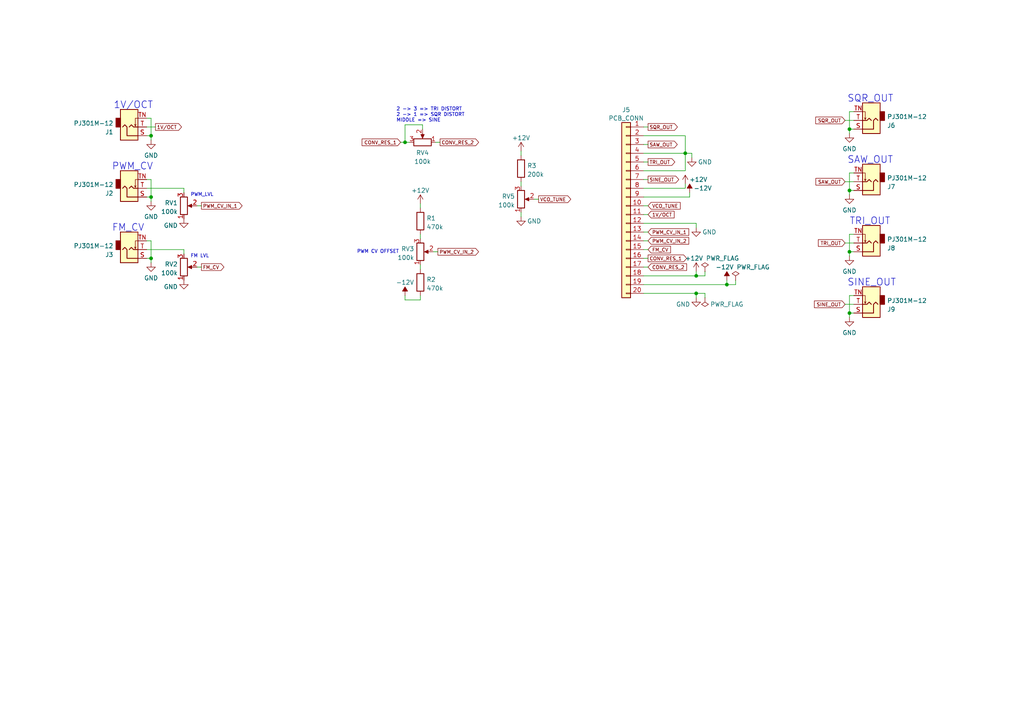
<source format=kicad_sch>
(kicad_sch (version 20211123) (generator eeschema)
  (paper "A4")
  (title_block (title "RW_EM_VCO_B_FRONT_PCB") (date "2022-11-09") (rev "2022-11-09") (comment 1 "Licensed under CERN-OHL-S v2+") (comment 2 "https://github.com/sunfl0w/RW_EM"))
  (lib_symbols
    (symbol "Connector_Generic:Conn_01x20" (pin_names (offset 1.016) hide)
      (property "Reference" "J" (at 0 25.4 0))
      (property "Value" "Conn_01x20" (at 0 -27.94 0))
      (symbol "Conn_01x20_1_1"
        (rectangle (start -1.27 -25.273) (end 0 -25.527) (stroke (width 0.1524)))
        (rectangle (start -1.27 -22.733) (end 0 -22.987) (stroke (width 0.1524)))
        (rectangle (start -1.27 -20.193) (end 0 -20.447) (stroke (width 0.1524)))
        (rectangle (start -1.27 -17.653) (end 0 -17.907) (stroke (width 0.1524)))
        (rectangle (start -1.27 -15.113) (end 0 -15.367) (stroke (width 0.1524)))
        (rectangle (start -1.27 -12.573) (end 0 -12.827) (stroke (width 0.1524)))
        (rectangle (start -1.27 -10.033) (end 0 -10.287) (stroke (width 0.1524)))
        (rectangle (start -1.27 -7.493) (end 0 -7.747) (stroke (width 0.1524)))
        (rectangle (start -1.27 -4.953) (end 0 -5.207) (stroke (width 0.1524)))
        (rectangle (start -1.27 -2.413) (end 0 -2.667) (stroke (width 0.1524)))
        (rectangle (start -1.27 0.127) (end 0 -0.127) (stroke (width 0.1524)))
        (rectangle (start -1.27 2.667) (end 0 2.413) (stroke (width 0.1524)))
        (rectangle (start -1.27 5.207) (end 0 4.953) (stroke (width 0.1524)))
        (rectangle (start -1.27 7.747) (end 0 7.493) (stroke (width 0.1524)))
        (rectangle (start -1.27 10.287) (end 0 10.033) (stroke (width 0.1524)))
        (rectangle (start -1.27 12.827) (end 0 12.573) (stroke (width 0.1524)))
        (rectangle (start -1.27 15.367) (end 0 15.113) (stroke (width 0.1524)))
        (rectangle (start -1.27 17.907) (end 0 17.653) (stroke (width 0.1524)))
        (rectangle (start -1.27 20.447) (end 0 20.193) (stroke (width 0.1524)))
        (rectangle (start -1.27 22.987) (end 0 22.733) (stroke (width 0.1524)))
        (rectangle (start -1.27 24.13) (end 1.27 -26.67) (stroke (width 0.254)) (fill (type background)))
        (pin passive line (at -5.08 22.86 0) (length 3.81) (name "Pin_1") (number "1"))
        (pin passive line (at -5.08 0 0) (length 3.81) (name "Pin_10") (number "10"))
        (pin passive line (at -5.08 -2.54 0) (length 3.81) (name "Pin_11") (number "11"))
        (pin passive line (at -5.08 -5.08 0) (length 3.81) (name "Pin_12") (number "12"))
        (pin passive line (at -5.08 -7.62 0) (length 3.81) (name "Pin_13") (number "13"))
        (pin passive line (at -5.08 -10.16 0) (length 3.81) (name "Pin_14") (number "14"))
        (pin passive line (at -5.08 -12.7 0) (length 3.81) (name "Pin_15") (number "15"))
        (pin passive line (at -5.08 -15.24 0) (length 3.81) (name "Pin_16") (number "16"))
        (pin passive line (at -5.08 -17.78 0) (length 3.81) (name "Pin_17") (number "17"))
        (pin passive line (at -5.08 -20.32 0) (length 3.81) (name "Pin_18") (number "18"))
        (pin passive line (at -5.08 -22.86 0) (length 3.81) (name "Pin_19") (number "19"))
        (pin passive line (at -5.08 20.32 0) (length 3.81) (name "Pin_2") (number "2"))
        (pin passive line (at -5.08 -25.4 0) (length 3.81) (name "Pin_20") (number "20"))
        (pin passive line (at -5.08 17.78 0) (length 3.81) (name "Pin_3") (number "3"))
        (pin passive line (at -5.08 15.24 0) (length 3.81) (name "Pin_4") (number "4"))
        (pin passive line (at -5.08 12.7 0) (length 3.81) (name "Pin_5") (number "5"))
        (pin passive line (at -5.08 10.16 0) (length 3.81) (name "Pin_6") (number "6"))
        (pin passive line (at -5.08 7.62 0) (length 3.81) (name "Pin_7") (number "7"))
        (pin passive line (at -5.08 5.08 0) (length 3.81) (name "Pin_8") (number "8"))
        (pin passive line (at -5.08 2.54 0) (length 3.81) (name "Pin_9") (number "9"))
      )
    )
    (symbol "Device:R" (pin_numbers hide) (pin_names (offset 0))
      (property "Reference" "R" (at 2.032 0 90))
      (property "Value" "R" (at 0 0 90))
      (symbol "R_0_1"
        (rectangle (start -1.016 -2.54) (end 1.016 2.54) (stroke (width 0.254)))
      )
      (symbol "R_1_1"
        (pin passive line (at 0 3.81 270) (length 1.27) (name "~") (number "1"))
        (pin passive line (at 0 -3.81 90) (length 1.27) (name "~") (number "2"))
      )
    )
    (symbol "Device:R_Potentiometer" (pin_names (offset 1.016) hide)
      (property "Reference" "RV" (at -4.445 0 90))
      (property "Value" "R_Potentiometer" (at -2.54 0 90))
      (symbol "R_Potentiometer_0_1"
        (polyline (pts (xy 2.54 0) (xy 1.524 0)))
        (polyline (pts (xy 1.143 0) (xy 2.286 0.508) (xy 2.286 -0.508) (xy 1.143 0)) (fill (type outline)))
        (rectangle (start 1.016 2.54) (end -1.016 -2.54) (stroke (width 0.254)))
      )
      (symbol "R_Potentiometer_1_1"
        (pin passive line (at 0 3.81 270) (length 1.27) (name "1") (number "1"))
        (pin passive line (at 3.81 0 180) (length 1.27) (name "2") (number "2"))
        (pin passive line (at 0 -3.81 90) (length 1.27) (name "3") (number "3"))
      )
    )
    (symbol "RW_EurorackModular:PJ301M-12"
      (property "Reference" "J" (at 0 8.89 0))
      (property "Value" "PJ301M-12" (at 0 6.35 0))
      (symbol "PJ301M-12_0_1"
        (rectangle (start -2.54 0) (end -3.81 -2.54) (stroke (width 0.254)) (fill (type outline)))
        (polyline (pts (xy 1.778 -0.254) (xy 2.032 -0.762)))
        (polyline (pts (xy 0 0) (xy 0.635 -0.635) (xy 1.27 0) (xy 2.54 0)) (stroke (width 0.254)))
        (polyline (pts (xy 2.54 -2.54) (xy 1.778 -2.54) (xy 1.778 -0.254) (xy 1.524 -0.762)))
        (polyline (pts (xy 2.54 2.54) (xy -0.635 2.54) (xy -0.635 0) (xy -1.27 -0.635) (xy -1.905 0)) (stroke (width 0.254)))
        (rectangle (start 2.54 3.81) (end -2.54 -5.08) (stroke (width 0.254)) (fill (type background)))
      )
      (symbol "PJ301M-12_1_1"
        (pin passive line (at 5.08 2.54 180) (length 2.54) (name "~") (number "S"))
        (pin passive line (at 5.08 0 180) (length 2.54) (name "~") (number "T"))
        (pin passive line (at 5.08 -2.54 180) (length 2.54) (name "~") (number "TN"))
      )
    )
    (symbol "power:+12V" (power) (pin_names (offset 0))
      (property "Value" "+12V" (at 0 3.556 0))
      (symbol "+12V_0_1"
        (polyline (pts (xy -0.762 1.27) (xy 0 2.54)))
        (polyline (pts (xy 0 0) (xy 0 2.54)))
        (polyline (pts (xy 0 2.54) (xy 0.762 1.27)))
      )
      (symbol "+12V_1_1"
        (pin power_in line (at 0 0 90) (length 0) hide (name "+12V") (number "1"))
      )
    )
    (symbol "power:-12V" (power) (pin_names (offset 0))
      (property "Value" "-12V" (at 0 3.81 0))
      (symbol "-12V_0_0"
        (pin power_in line (at 0 0 90) (length 0) hide (name "-12V") (number "1"))
      )
      (symbol "-12V_0_1"
        (polyline (pts (xy 0 0) (xy 0 1.27) (xy 0.762 1.27) (xy 0 2.54) (xy -0.762 1.27) (xy 0 1.27)) (fill (type outline)))
      )
    )
    (symbol "power:GND" (power) (pin_names (offset 0))
      (property "Value" "GND" (at 0 -3.81 0))
      (symbol "GND_0_1"
        (polyline (pts (xy 0 0) (xy 0 -1.27) (xy 1.27 -1.27) (xy 0 -2.54) (xy -1.27 -1.27) (xy 0 -1.27)))
      )
      (symbol "GND_1_1"
        (pin power_in line (at 0 0 270) (length 0) hide (name "GND") (number "1"))
      )
    )
    (symbol "power:PWR_FLAG" (power) (pin_numbers hide) (pin_names (offset 0) hide)
      (property "Value" "PWR_FLAG" (at 0 3.81 0))
      (symbol "PWR_FLAG_0_0"
        (pin power_out line (at 0 0 90) (length 0) (name "pwr") (number "1"))
      )
      (symbol "PWR_FLAG_0_1"
        (polyline (pts (xy 0 0) (xy 0 1.27) (xy -1.016 1.905) (xy 0 2.54) (xy 1.016 1.905) (xy 0 1.27)))
      )
    )
  )
  (junction (at 43.815 74.93))
  (junction (at 246.38 37.465))
  (junction (at 210.82 82.55))
  (junction (at 246.38 55.245))
  (junction (at 201.93 85.09))
  (junction (at 246.38 73.025))
  (junction (at 198.755 44.45))
  (junction (at 201.93 80.01))
  (junction (at 43.815 39.37))
  (junction (at 117.475 41.275))
  (junction (at 246.38 90.805))
  (junction (at 43.815 57.15))
  (wire (pts (xy 186.69 39.37) (xy 198.755 39.37)))
  (wire (pts (xy 213.36 81.28) (xy 213.36 82.55)))
  (wire (pts (xy 187.96 46.99) (xy 186.69 46.99)))
  (wire (pts (xy 200.025 57.15) (xy 200.025 55.88)))
  (wire (pts (xy 247.65 88.265) (xy 245.11 88.265)))
  (wire (pts (xy 127 73.025) (xy 125.73 73.025)))
  (wire (pts (xy 122.555 36.195) (xy 117.475 36.195)))
  (wire (pts (xy 186.69 49.53) (xy 198.755 49.53)))
  (wire (pts (xy 42.545 54.61) (xy 53.34 54.61)))
  (wire (pts (xy 43.815 39.37) (xy 43.815 40.64)))
  (wire (pts (xy 246.38 55.245) (xy 246.38 56.515)))
  (wire (pts (xy 151.13 43.815) (xy 151.13 45.085)))
  (wire (pts (xy 151.13 52.705) (xy 151.13 53.975)))
  (wire (pts (xy 187.96 72.39) (xy 186.69 72.39)))
  (wire (pts (xy 117.475 86.995) (xy 121.92 86.995)))
  (wire (pts (xy 247.65 32.385) (xy 246.38 32.385)))
  (wire (pts (xy 122.555 37.465) (xy 122.555 36.195)))
  (wire (pts (xy 198.755 44.45) (xy 198.755 49.53)))
  (wire (pts (xy 247.65 34.925) (xy 245.11 34.925)))
  (wire (pts (xy 246.38 73.025) (xy 246.38 74.295)))
  (wire (pts (xy 246.38 90.805) (xy 246.38 92.075)))
  (wire (pts (xy 121.92 86.995) (xy 121.92 85.725)))
  (wire (pts (xy 42.545 36.83) (xy 45.085 36.83)))
  (wire (pts (xy 42.545 52.07) (xy 43.815 52.07)))
  (wire (pts (xy 187.96 67.31) (xy 186.69 67.31)))
  (wire (pts (xy 204.47 86.36) (xy 204.47 85.09)))
  (wire (pts (xy 43.815 74.93) (xy 42.545 74.93)))
  (wire (pts (xy 186.69 44.45) (xy 198.755 44.45)))
  (wire (pts (xy 247.65 67.945) (xy 246.38 67.945)))
  (wire (pts (xy 53.34 72.39) (xy 53.34 73.66)))
  (wire (pts (xy 247.65 70.485) (xy 245.11 70.485)))
  (wire (pts (xy 121.92 78.105) (xy 121.92 76.835)))
  (wire (pts (xy 198.755 53.34) (xy 198.755 54.61)))
  (wire (pts (xy 246.38 37.465) (xy 247.65 37.465)))
  (wire (pts (xy 201.93 85.09) (xy 204.47 85.09)))
  (wire (pts (xy 43.815 34.29) (xy 43.815 39.37)))
  (wire (pts (xy 42.545 72.39) (xy 53.34 72.39)))
  (wire (pts (xy 58.42 77.47) (xy 57.15 77.47)))
  (wire (pts (xy 187.96 36.83) (xy 186.69 36.83)))
  (wire (pts (xy 201.93 64.77) (xy 201.93 66.04)))
  (wire (pts (xy 247.65 50.165) (xy 246.38 50.165)))
  (wire (pts (xy 116.205 41.275) (xy 117.475 41.275)))
  (wire (pts (xy 58.42 59.69) (xy 57.15 59.69)))
  (wire (pts (xy 187.96 77.47) (xy 186.69 77.47)))
  (wire (pts (xy 43.815 52.07) (xy 43.815 57.15)))
  (wire (pts (xy 200.66 45.72) (xy 200.66 44.45)))
  (wire (pts (xy 213.36 82.55) (xy 210.82 82.55)))
  (wire (pts (xy 43.815 57.15) (xy 43.815 58.42)))
  (wire (pts (xy 246.38 85.725) (xy 246.38 90.805)))
  (wire (pts (xy 201.93 85.09) (xy 186.69 85.09)))
  (wire (pts (xy 187.96 59.69) (xy 186.69 59.69)))
  (wire (pts (xy 246.38 73.025) (xy 247.65 73.025)))
  (wire (pts (xy 117.475 85.725) (xy 117.475 86.995)))
  (wire (pts (xy 121.92 59.055) (xy 121.92 60.325)))
  (wire (pts (xy 204.47 78.74) (xy 204.47 80.01)))
  (wire (pts (xy 246.38 50.165) (xy 246.38 55.245)))
  (wire (pts (xy 117.475 36.195) (xy 117.475 41.275)))
  (wire (pts (xy 204.47 80.01) (xy 201.93 80.01)))
  (wire (pts (xy 186.69 57.15) (xy 200.025 57.15)))
  (wire (pts (xy 246.38 67.945) (xy 246.38 73.025)))
  (wire (pts (xy 200.66 44.45) (xy 198.755 44.45)))
  (wire (pts (xy 210.82 82.55) (xy 210.82 81.28)))
  (wire (pts (xy 198.755 54.61) (xy 186.69 54.61)))
  (wire (pts (xy 43.815 57.15) (xy 42.545 57.15)))
  (wire (pts (xy 246.38 32.385) (xy 246.38 37.465)))
  (wire (pts (xy 246.38 37.465) (xy 246.38 38.735)))
  (wire (pts (xy 201.93 85.09) (xy 201.93 86.36)))
  (wire (pts (xy 53.34 54.61) (xy 53.34 55.88)))
  (wire (pts (xy 43.815 74.93) (xy 43.815 76.2)))
  (wire (pts (xy 187.96 74.93) (xy 186.69 74.93)))
  (wire (pts (xy 247.65 52.705) (xy 245.11 52.705)))
  (wire (pts (xy 43.815 69.85) (xy 43.815 74.93)))
  (wire (pts (xy 246.38 90.805) (xy 247.65 90.805)))
  (wire (pts (xy 121.92 67.945) (xy 121.92 69.215)))
  (wire (pts (xy 187.96 69.85) (xy 186.69 69.85)))
  (wire (pts (xy 117.475 41.275) (xy 118.745 41.275)))
  (wire (pts (xy 187.96 52.07) (xy 186.69 52.07)))
  (wire (pts (xy 187.96 62.23) (xy 186.69 62.23)))
  (wire (pts (xy 247.65 85.725) (xy 246.38 85.725)))
  (wire (pts (xy 186.69 82.55) (xy 210.82 82.55)))
  (wire (pts (xy 42.545 34.29) (xy 43.815 34.29)))
  (wire (pts (xy 42.545 69.85) (xy 43.815 69.85)))
  (wire (pts (xy 151.13 62.865) (xy 151.13 61.595)))
  (wire (pts (xy 156.21 57.785) (xy 154.94 57.785)))
  (wire (pts (xy 201.93 78.74) (xy 201.93 80.01)))
  (wire (pts (xy 201.93 64.77) (xy 186.69 64.77)))
  (wire (pts (xy 187.96 41.91) (xy 186.69 41.91)))
  (wire (pts (xy 198.755 39.37) (xy 198.755 44.45)))
  (wire (pts (xy 127.635 41.275) (xy 126.365 41.275)))
  (wire (pts (xy 246.38 55.245) (xy 247.65 55.245)))
  (wire (pts (xy 201.93 80.01) (xy 186.69 80.01)))
  (wire (pts (xy 43.815 39.37) (xy 42.545 39.37)))
  (text "PWM CV OFFSET" (at 103.505 73.66 0) (effects (font (size 1 1)) (justify left bottom)))
  (text "SQR_OUT" (at 245.745 29.845 0) (effects (font (size 2 2)) (justify left bottom)))
  (text "1V/OCT" (at 44.45 31.75 180) (effects (font (size 2 2)) (justify right bottom)))
  (text "SAW_OUT" (at 245.745 47.625 0) (effects (font (size 2 2)) (justify left bottom)))
  (text "PWM_LVL" (at 55.245 57.15 0) (effects (font (size 1 1)) (justify left bottom)))
  (text "2 -> 3 => TRI DISTORT\n2 -> 1 => SQR DISTORT\nMIDDLE => SINE" (at 114.935 35.56 0) (effects (font (size 1 1)) (justify left bottom)))
  (text "PWM_CV" (at 44.45 49.53 180) (effects (font (size 2 2)) (justify right bottom)))
  (text "FM LVL" (at 55.245 74.93 0) (effects (font (size 1 1)) (justify left bottom)))
  (text "TRI_OUT" (at 246.38 65.405 0) (effects (font (size 2 2)) (justify left bottom)))
  (text "FM_CV" (at 41.91 67.31 180) (effects (font (size 2 2)) (justify right bottom)))
  (text "SINE_OUT" (at 245.745 83.185 0) (effects (font (size 2 2)) (justify left bottom)))
  (global_label "TRI_OUT" (shape input) (at 245.11 70.485 180) (effects (font (size 1 1))) (property "Intersheet References" "${INTERSHEET_REFS}" (effects hide)))
  (global_label "FM_CV" (shape input) (at 187.96 72.39 0) (effects (font (size 1 1))) (property "Intersheet References" "${INTERSHEET_REFS}" (effects hide)))
  (global_label "CONV_RES_2" (shape input) (at 187.96 77.47 0) (effects (font (size 1 1))) (property "Intersheet References" "${INTERSHEET_REFS}" (effects hide)))
  (global_label "VCO_TUNE" (shape output) (at 156.21 57.785 0) (effects (font (size 1 1))) (property "Intersheet References" "${INTERSHEET_REFS}" (effects hide)))
  (global_label "CONV_RES_1" (shape output) (at 187.96 74.93 0) (effects (font (size 1 1))) (property "Intersheet References" "${INTERSHEET_REFS}" (effects hide)))
  (global_label "1V{slash}OCT" (shape input) (at 187.96 62.23 0) (effects (font (size 1 1))) (property "Intersheet References" "${INTERSHEET_REFS}" (effects hide)))
  (global_label "SINE_OUT" (shape input) (at 245.11 88.265 180) (effects (font (size 1 1))) (property "Intersheet References" "${INTERSHEET_REFS}" (effects hide)))
  (global_label "TRI_OUT" (shape output) (at 187.96 46.99 0) (effects (font (size 1 1))) (property "Intersheet References" "${INTERSHEET_REFS}" (effects hide)))
  (global_label "PWM_CV_IN_1" (shape output) (at 58.42 59.69 0) (effects (font (size 1 1))) (property "Intersheet References" "${INTERSHEET_REFS}" (effects hide)))
  (global_label "1V{slash}OCT" (shape output) (at 45.085 36.83 0) (effects (font (size 1 1))) (property "Intersheet References" "${INTERSHEET_REFS}" (effects hide)))
  (global_label "SQR_OUT" (shape output) (at 187.96 36.83 0) (effects (font (size 1 1))) (property "Intersheet References" "${INTERSHEET_REFS}" (effects hide)))
  (global_label "PWM_CV_IN_2" (shape input) (at 187.96 69.85 0) (effects (font (size 1 1))) (property "Intersheet References" "${INTERSHEET_REFS}" (effects hide)))
  (global_label "CONV_RES_2" (shape output) (at 127.635 41.275 0) (effects (font (size 1 1))) (property "Intersheet References" "${INTERSHEET_REFS}" (effects hide)))
  (global_label "CONV_RES_1" (shape input) (at 116.205 41.275 180) (effects (font (size 1 1))) (property "Intersheet References" "${INTERSHEET_REFS}" (effects hide)))
  (global_label "VCO_TUNE" (shape input) (at 187.96 59.69 0) (effects (font (size 1 1))) (property "Intersheet References" "${INTERSHEET_REFS}" (effects hide)))
  (global_label "FM_CV" (shape output) (at 58.42 77.47 0) (effects (font (size 1 1))) (property "Intersheet References" "${INTERSHEET_REFS}" (effects hide)))
  (global_label "SAW_OUT" (shape input) (at 245.11 52.705 180) (effects (font (size 1 1))) (property "Intersheet References" "${INTERSHEET_REFS}" (effects hide)))
  (global_label "PWM_CV_IN_2" (shape output) (at 127 73.025 0) (effects (font (size 1 1))) (property "Intersheet References" "${INTERSHEET_REFS}" (effects hide)))
  (global_label "SAW_OUT" (shape output) (at 187.96 41.91 0) (effects (font (size 1 1))) (property "Intersheet References" "${INTERSHEET_REFS}" (effects hide)))
  (global_label "PWM_CV_IN_1" (shape input) (at 187.96 67.31 0) (effects (font (size 1 1))) (property "Intersheet References" "${INTERSHEET_REFS}" (effects hide)))
  (global_label "SINE_OUT" (shape output) (at 187.96 52.07 0) (effects (font (size 1 1))) (property "Intersheet References" "${INTERSHEET_REFS}" (effects hide)))
  (global_label "SQR_OUT" (shape input) (at 245.11 34.925 180) (effects (font (size 1 1))) (property "Intersheet References" "${INTERSHEET_REFS}" (effects hide)))
  (symbol (lib_id "power:GND") (at 43.815 58.42 0) (unit 1)
    (property "Reference" "#PWR02" (effects hide))
    (property "Value" "GND" (at 43.815 62.8634 0))
  )
  (symbol (lib_id "power:+12V") (at 151.13 43.815 0) (unit 1)
    (property "Reference" "#PWR012" (effects hide))
    (property "Value" "+12V" (at 151.13 40.005 0))
  )
  (symbol (lib_id "power:GND") (at 246.38 56.515 0) (mirror y) (unit 1)
    (property "Reference" "#PWR022" (effects hide))
    (property "Value" "GND" (at 246.38 60.9584 0))
  )
  (symbol (lib_id "RW_EurorackModular:PJ301M-12") (at 37.465 36.83 0) (mirror x) (unit 1)
    (property "Reference" "J1" (at 32.893 38.2997 0) (effects (justify right)))
    (property "Value" "PJ301M-12" (at 32.893 35.7628 0) (effects (justify right)))
    (property "Footprint" "RW_EurorackModular:PJ301M-12" (effects hide))
  )
  (symbol (lib_id "Device:R") (at 121.92 81.915 180) (unit 1)
    (property "Reference" "R2" (at 123.698 81.0803 0) (effects (justify right)))
    (property "Value" "470k" (at 123.698 83.6172 0) (effects (justify right)))
    (property "Footprint" "Resistor_THT:R_Axial_DIN0207_L6.3mm_D2.5mm_P10.16mm_Horizontal" (effects hide))
  )
  (symbol (lib_id "power:-12V") (at 117.475 85.725 0) (unit 1)
    (property "Reference" "#PWR010" (effects hide))
    (property "Value" "-12V" (at 117.475 81.915 0))
  )
  (symbol (lib_id "power:GND") (at 43.815 76.2 0) (unit 1)
    (property "Reference" "#PWR03" (effects hide))
    (property "Value" "GND" (at 43.815 80.6434 0))
  )
  (symbol (lib_id "power:-12V") (at 200.025 55.88 0) (mirror y) (unit 1)
    (property "Reference" "#PWR015" (effects hide))
    (property "Value" "-12V" (at 203.835 54.61 0))
  )
  (symbol (lib_id "Connector_Generic:Conn_01x20") (at 181.61 59.69 0) (mirror y) (unit 1)
    (property "Reference" "J5" (at 181.61 31.8602 0))
    (property "Value" "PCB_CONN" (at 181.61 34.29 0))
    (property "Footprint" "Connector_PinHeader_2.54mm:PinHeader_1x20_P2.54mm_Vertical" (effects hide))
  )
  (symbol (lib_id "Device:R_Potentiometer") (at 53.34 77.47 0) (mirror x) (unit 1)
    (property "Reference" "RV2" (at 51.5621 76.6353 0) (effects (justify right)))
    (property "Value" "100k" (at 51.5621 79.1722 0) (effects (justify right)))
    (property "Footprint" "RW_EurorackModular:Potentiometer_R0904N_SongHuei" (effects hide))
  )
  (symbol (lib_id "power:GND") (at 201.93 66.04 0) (mirror y) (unit 1)
    (property "Reference" "#PWR017" (effects hide))
    (property "Value" "GND" (at 205.74 67.31 0))
  )
  (symbol (lib_id "RW_EurorackModular:PJ301M-12") (at 252.73 88.265 180) (unit 1)
    (property "Reference" "J9" (at 257.302 89.7347 0) (effects (justify right)))
    (property "Value" "PJ301M-12" (at 257.302 87.1978 0) (effects (justify right)))
    (property "Footprint" "RW_EurorackModular:PJ301M-12" (effects hide))
  )
  (symbol (lib_id "RW_EurorackModular:PJ301M-12") (at 252.73 34.925 180) (unit 1)
    (property "Reference" "J6" (at 257.302 36.3947 0) (effects (justify right)))
    (property "Value" "PJ301M-12" (at 257.302 33.8578 0) (effects (justify right)))
    (property "Footprint" "RW_EurorackModular:PJ301M-12" (effects hide))
  )
  (symbol (lib_id "RW_EurorackModular:PJ301M-12") (at 37.465 72.39 0) (mirror x) (unit 1)
    (property "Reference" "J3" (at 32.893 73.8597 0) (effects (justify right)))
    (property "Value" "PJ301M-12" (at 32.893 71.3228 0) (effects (justify right)))
    (property "Footprint" "RW_EurorackModular:PJ301M-12" (effects hide))
  )
  (symbol (lib_id "power:PWR_FLAG") (at 204.47 86.36 180) (unit 1)
    (property "Reference" "#FLG0103" (effects hide))
    (property "Value" "PWR_FLAG" (at 210.82 88.265 0))
  )
  (symbol (lib_id "power:GND") (at 53.34 81.28 0) (unit 1)
    (property "Reference" "#PWR06" (effects hide))
    (property "Value" "GND" (at 49.53 83.185 0))
  )
  (symbol (lib_id "power:+12V") (at 198.755 53.34 0) (mirror y) (unit 1)
    (property "Reference" "#PWR014" (effects hide))
    (property "Value" "+12V" (at 202.565 52.07 0))
  )
  (symbol (lib_id "RW_EurorackModular:PJ301M-12") (at 252.73 52.705 180) (unit 1)
    (property "Reference" "J7" (at 257.302 54.1747 0) (effects (justify right)))
    (property "Value" "PJ301M-12" (at 257.302 51.6378 0) (effects (justify right)))
    (property "Footprint" "RW_EurorackModular:PJ301M-12" (effects hide))
  )
  (symbol (lib_id "power:+12V") (at 121.92 59.055 0) (unit 1)
    (property "Reference" "#PWR011" (effects hide))
    (property "Value" "+12V" (at 121.92 55.245 0))
  )
  (symbol (lib_id "Device:R") (at 121.92 64.135 180) (unit 1)
    (property "Reference" "R1" (at 123.698 63.3003 0) (effects (justify right)))
    (property "Value" "470k" (at 123.698 65.8372 0) (effects (justify right)))
    (property "Footprint" "Resistor_THT:R_Axial_DIN0207_L6.3mm_D2.5mm_P10.16mm_Horizontal" (effects hide))
  )
  (symbol (lib_id "power:GND") (at 151.13 62.865 0) (mirror y) (unit 1)
    (property "Reference" "#PWR013" (effects hide))
    (property "Value" "GND" (at 154.94 64.135 0))
  )
  (symbol (lib_id "power:GND") (at 201.93 86.36 0) (mirror y) (unit 1)
    (property "Reference" "#PWR019" (effects hide))
    (property "Value" "GND" (at 198.12 88.265 0))
  )
  (symbol (lib_id "power:-12V") (at 210.82 81.28 0) (mirror y) (unit 1)
    (property "Reference" "#PWR020" (effects hide))
    (property "Value" "-12V" (at 210.185 77.47 0))
  )
  (symbol (lib_id "power:GND") (at 246.38 92.075 0) (mirror y) (unit 1)
    (property "Reference" "#PWR024" (effects hide))
    (property "Value" "GND" (at 246.38 96.5184 0))
  )
  (symbol (lib_id "RW_EurorackModular:PJ301M-12") (at 37.465 54.61 0) (mirror x) (unit 1)
    (property "Reference" "J2" (at 32.893 56.0797 0) (effects (justify right)))
    (property "Value" "PJ301M-12" (at 32.893 53.5428 0) (effects (justify right)))
    (property "Footprint" "RW_EurorackModular:PJ301M-12" (effects hide))
  )
  (symbol (lib_id "power:GND") (at 43.815 40.64 0) (unit 1)
    (property "Reference" "#PWR01" (effects hide))
    (property "Value" "GND" (at 43.815 45.0834 0))
  )
  (symbol (lib_id "Device:R_Potentiometer") (at 53.34 59.69 0) (mirror x) (unit 1)
    (property "Reference" "RV1" (at 51.5621 58.8553 0) (effects (justify right)))
    (property "Value" "100k" (at 51.5621 61.3922 0) (effects (justify right)))
    (property "Footprint" "RW_EurorackModular:Potentiometer_R0904N_SongHuei" (effects hide))
  )
  (symbol (lib_id "Device:R_Potentiometer") (at 151.13 57.785 0) (mirror x) (unit 1)
    (property "Reference" "RV5" (at 149.3521 56.9503 0) (effects (justify right)))
    (property "Value" "100k" (at 149.3521 59.4872 0) (effects (justify right)))
    (property "Footprint" "RW_EurorackModular:Potentiometer_R0904N_SongHuei" (effects hide))
  )
  (symbol (lib_id "power:GND") (at 53.34 63.5 0) (unit 1)
    (property "Reference" "#PWR05" (effects hide))
    (property "Value" "GND" (at 49.53 65.405 0))
  )
  (symbol (lib_id "power:+12V") (at 201.93 78.74 0) (mirror y) (unit 1)
    (property "Reference" "#PWR018" (effects hide))
    (property "Value" "+12V" (at 201.295 74.93 0))
  )
  (symbol (lib_id "Device:R_Potentiometer") (at 122.555 41.275 270) (mirror x) (unit 1)
    (property "Reference" "RV4" (at 122.555 44.3214 90))
    (property "Value" "100k" (at 122.555 46.8583 90))
    (property "Footprint" "RW_EurorackModular:Potentiometer_R0904N_SongHuei" (effects hide))
  )
  (symbol (lib_id "Device:R_Potentiometer") (at 121.92 73.025 0) (mirror x) (unit 1)
    (property "Reference" "RV3" (at 120.1421 72.1903 0) (effects (justify right)))
    (property "Value" "100k" (at 120.1421 74.7272 0) (effects (justify right)))
    (property "Footprint" "RW_EurorackModular:Potentiometer_R0904N_SongHuei" (effects hide))
  )
  (symbol (lib_id "power:PWR_FLAG") (at 213.36 81.28 0) (unit 1)
    (property "Reference" "#FLG0102" (effects hide))
    (property "Value" "PWR_FLAG" (at 218.44 77.47 0))
  )
  (symbol (lib_id "RW_EurorackModular:PJ301M-12") (at 252.73 70.485 180) (unit 1)
    (property "Reference" "J8" (at 257.302 71.9547 0) (effects (justify right)))
    (property "Value" "PJ301M-12" (at 257.302 69.4178 0) (effects (justify right)))
    (property "Footprint" "RW_EurorackModular:PJ301M-12" (effects hide))
  )
  (symbol (lib_id "power:PWR_FLAG") (at 204.47 78.74 0) (unit 1)
    (property "Reference" "#FLG0101" (effects hide))
    (property "Value" "PWR_FLAG" (at 209.55 74.93 0))
  )
  (symbol (lib_id "power:GND") (at 246.38 74.295 0) (mirror y) (unit 1)
    (property "Reference" "#PWR023" (effects hide))
    (property "Value" "GND" (at 246.38 78.7384 0))
  )
  (symbol (lib_id "power:GND") (at 246.38 38.735 0) (mirror y) (unit 1)
    (property "Reference" "#PWR021" (effects hide))
    (property "Value" "GND" (at 246.38 43.1784 0))
  )
  (symbol (lib_id "power:GND") (at 200.66 45.72 0) (mirror y) (unit 1)
    (property "Reference" "#PWR016" (effects hide))
    (property "Value" "GND" (at 204.47 46.99 0))
  )
  (symbol (lib_id "Device:R") (at 151.13 48.895 180) (unit 1)
    (property "Reference" "R3" (at 152.908 48.0603 0) (effects (justify right)))
    (property "Value" "200k" (at 152.908 50.5972 0) (effects (justify right)))
    (property "Footprint" "Resistor_THT:R_Axial_DIN0207_L6.3mm_D2.5mm_P10.16mm_Horizontal" (effects hide))
  )
)
</source>
